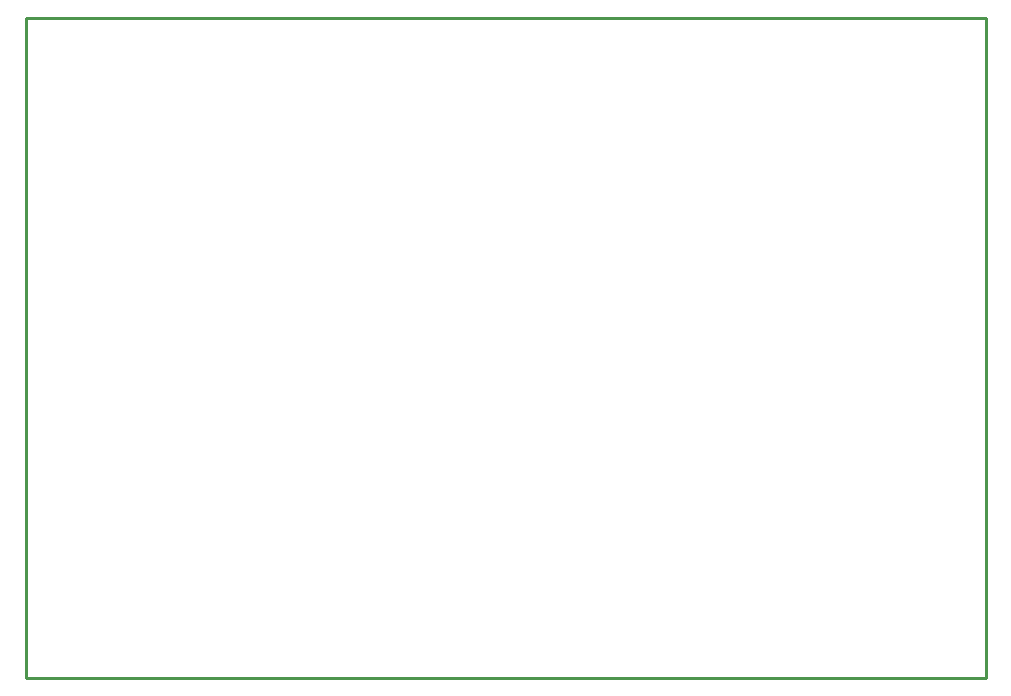
<source format=gtp>
G04 Layer_Color=8421504*
%FSLAX25Y25*%
%MOIN*%
G70*
G01*
G75*
%ADD10C,0.01000*%
D10*
X420000Y100000D02*
Y320000D01*
X100000Y100000D02*
X420000D01*
X100000D02*
Y320000D01*
X420000D01*
M02*

</source>
